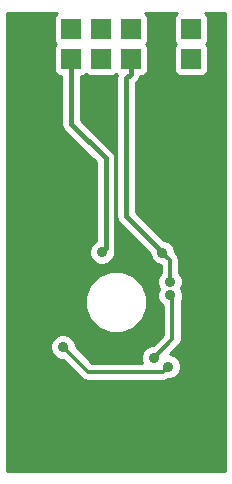
<source format=gbr>
G04 #@! TF.FileFunction,Copper,L1,Top,Signal*
%FSLAX46Y46*%
G04 Gerber Fmt 4.6, Leading zero omitted, Abs format (unit mm)*
G04 Created by KiCad (PCBNEW 0.201503251001+5534~22~ubuntu14.04.1-product) date St 25. březen 2015, 23:39:12 CET*
%MOMM*%
G01*
G04 APERTURE LIST*
%ADD10C,0.100000*%
%ADD11R,1.651000X1.651000*%
%ADD12C,6.000000*%
%ADD13C,0.889000*%
%ADD14C,0.300000*%
%ADD15C,0.400000*%
%ADD16C,0.254000*%
G04 APERTURE END LIST*
D10*
D11*
X11430000Y35814000D03*
X3810000Y38354000D03*
X8890000Y38354000D03*
X3810000Y35814000D03*
X13970000Y38354000D03*
X11430000Y38354000D03*
X6350000Y38354000D03*
X13970000Y35814000D03*
X6350000Y35814000D03*
X8890000Y35814000D03*
X16510000Y35814000D03*
X16510000Y38354000D03*
D12*
X5080000Y5080000D03*
X15240000Y5080000D03*
X15240000Y25400000D03*
X5080000Y25400000D03*
D13*
X2793996Y18034000D03*
X5842000Y18541990D03*
X14605000Y9779000D03*
X5674510Y11453010D03*
X14097000Y19431000D03*
X14726668Y16962383D03*
X8972073Y19475927D03*
X13344689Y10534541D03*
X14757382Y15819794D03*
D14*
X7793019Y9334501D02*
X5674510Y11453010D01*
X14160501Y9334501D02*
X7793019Y9334501D01*
X14605000Y9779000D02*
X14160501Y9334501D01*
D15*
X11430000Y35814000D02*
X11430000Y34588500D01*
X11430000Y34588500D02*
X11039999Y34198499D01*
X11039999Y34198499D02*
X11039999Y22488001D01*
X11039999Y22488001D02*
X13652501Y19875499D01*
X13652501Y19875499D02*
X14097000Y19431000D01*
D14*
X14726668Y18801332D02*
X14097000Y19431000D01*
X14726668Y16962383D02*
X14726668Y18801332D01*
D15*
X6350000Y35814000D02*
X6350000Y30346002D01*
X6350000Y30346002D02*
X9280001Y27416001D01*
X9280001Y27416001D02*
X9280001Y19783855D01*
X9280001Y19783855D02*
X8972073Y19475927D01*
D14*
X14943502Y15633674D02*
X14757382Y15819794D01*
X14943502Y12133354D02*
X14943502Y14508512D01*
X13344689Y10534541D02*
X14943502Y12133354D01*
X14943502Y14508512D02*
X14943502Y15633674D01*
D16*
G36*
X19379000Y941000D02*
X941000Y941000D01*
X941000Y39699000D01*
X5159126Y39699000D01*
X5069573Y39640173D01*
X4927123Y39429140D01*
X4877060Y39179500D01*
X4877060Y37528500D01*
X4924037Y37286377D01*
X5057805Y37082740D01*
X4927123Y36889140D01*
X4877060Y36639500D01*
X4877060Y34988500D01*
X4924037Y34746377D01*
X5063827Y34533573D01*
X5274860Y34391123D01*
X5515000Y34342965D01*
X5515000Y30346002D01*
X5578561Y30026461D01*
X5759566Y29755568D01*
X8445001Y27070133D01*
X8445001Y20426166D01*
X8361384Y20391616D01*
X8057451Y20088213D01*
X7892760Y19691595D01*
X7892386Y19262143D01*
X8056384Y18865238D01*
X8359787Y18561305D01*
X8756405Y18396614D01*
X9185857Y18396240D01*
X9582762Y18560238D01*
X9886695Y18863641D01*
X10051386Y19260259D01*
X10051564Y19464939D01*
X10051564Y19464940D01*
X10115001Y19783855D01*
X10115001Y27416001D01*
X10051440Y27735541D01*
X10051440Y27735542D01*
X9870435Y28006435D01*
X7185000Y30691870D01*
X7185000Y34342904D01*
X7417623Y34388037D01*
X7621260Y34521806D01*
X7814860Y34391123D01*
X8064500Y34341060D01*
X9715500Y34341060D01*
X9957623Y34388037D01*
X10161260Y34521806D01*
X10256518Y34457505D01*
X10204999Y34198499D01*
X10204999Y22488001D01*
X10268560Y22168460D01*
X10449565Y21897567D01*
X13017410Y19329722D01*
X13017313Y19217216D01*
X13181311Y18820311D01*
X13484714Y18516378D01*
X13881332Y18351687D01*
X13941668Y18351635D01*
X13941668Y17704065D01*
X13812046Y17574669D01*
X13647355Y17178051D01*
X13646981Y16748599D01*
X13810181Y16353624D01*
X13678069Y16035462D01*
X13677695Y15606010D01*
X13841693Y15209105D01*
X14145096Y14905172D01*
X14158502Y14899605D01*
X14158502Y14508512D01*
X14158502Y12458512D01*
X13314058Y11614069D01*
X13130905Y11614228D01*
X12795457Y11475623D01*
X12795457Y15761834D01*
X12395147Y16730658D01*
X11654557Y17472542D01*
X10686433Y17874542D01*
X9638166Y17875457D01*
X8669342Y17475147D01*
X7927458Y16734557D01*
X7525458Y15766433D01*
X7524543Y14718166D01*
X7924853Y13749342D01*
X8665443Y13007458D01*
X9633567Y12605458D01*
X10681834Y12604543D01*
X11650658Y13004853D01*
X12392542Y13745443D01*
X12794542Y14713567D01*
X12795457Y15761834D01*
X12795457Y11475623D01*
X12734000Y11450230D01*
X12430067Y11146827D01*
X12265376Y10750209D01*
X12265002Y10320757D01*
X12348159Y10119501D01*
X8118177Y10119501D01*
X6754037Y11483641D01*
X6754197Y11666794D01*
X6590199Y12063699D01*
X6286796Y12367632D01*
X5890178Y12532323D01*
X5460726Y12532697D01*
X5063821Y12368699D01*
X4759888Y12065296D01*
X4595197Y11668678D01*
X4594823Y11239226D01*
X4758821Y10842321D01*
X5062224Y10538388D01*
X5458842Y10373697D01*
X5643826Y10373536D01*
X7237940Y8779422D01*
X7492612Y8609256D01*
X7492613Y8609256D01*
X7793019Y8549501D01*
X14160501Y8549501D01*
X14460907Y8609256D01*
X14460908Y8609256D01*
X14595978Y8699508D01*
X14818784Y8699313D01*
X15215689Y8863311D01*
X15519622Y9166714D01*
X15684313Y9563332D01*
X15684687Y9992784D01*
X15520689Y10389689D01*
X15217286Y10693622D01*
X14820668Y10858313D01*
X14778655Y10858350D01*
X15498581Y11578275D01*
X15668747Y11832947D01*
X15668747Y11832948D01*
X15728502Y12133354D01*
X15728502Y14508512D01*
X15728502Y15343570D01*
X15836695Y15604126D01*
X15837069Y16033578D01*
X15673868Y16428554D01*
X15805981Y16746715D01*
X15806355Y17176167D01*
X15642357Y17573072D01*
X15511668Y17703989D01*
X15511668Y18801332D01*
X15451913Y19101738D01*
X15451913Y19101739D01*
X15281747Y19356411D01*
X15176527Y19461631D01*
X15176687Y19644784D01*
X15012689Y20041689D01*
X14709286Y20345622D01*
X14312668Y20510313D01*
X14198455Y20510413D01*
X11874999Y22833869D01*
X11874999Y33852631D01*
X12020434Y33998066D01*
X12201439Y34268959D01*
X12201440Y34268960D01*
X12215781Y34341060D01*
X12255500Y34341060D01*
X12497623Y34388037D01*
X12710427Y34527827D01*
X12852877Y34738860D01*
X12902940Y34988500D01*
X12902940Y36639500D01*
X12855963Y36881623D01*
X12722194Y37085261D01*
X12852877Y37278860D01*
X12902940Y37528500D01*
X12902940Y39179500D01*
X12855963Y39421623D01*
X12716173Y39634427D01*
X12620511Y39699000D01*
X15319126Y39699000D01*
X15229573Y39640173D01*
X15087123Y39429140D01*
X15037060Y39179500D01*
X15037060Y37528500D01*
X15084037Y37286377D01*
X15217805Y37082740D01*
X15087123Y36889140D01*
X15037060Y36639500D01*
X15037060Y34988500D01*
X15084037Y34746377D01*
X15223827Y34533573D01*
X15434860Y34391123D01*
X15684500Y34341060D01*
X17335500Y34341060D01*
X17577623Y34388037D01*
X17790427Y34527827D01*
X17932877Y34738860D01*
X17982940Y34988500D01*
X17982940Y36639500D01*
X17935963Y36881623D01*
X17802194Y37085261D01*
X17932877Y37278860D01*
X17982940Y37528500D01*
X17982940Y39179500D01*
X17935963Y39421623D01*
X17796173Y39634427D01*
X17700511Y39699000D01*
X19379000Y39699000D01*
X19379000Y941000D01*
X19379000Y941000D01*
G37*
X19379000Y941000D02*
X941000Y941000D01*
X941000Y39699000D01*
X5159126Y39699000D01*
X5069573Y39640173D01*
X4927123Y39429140D01*
X4877060Y39179500D01*
X4877060Y37528500D01*
X4924037Y37286377D01*
X5057805Y37082740D01*
X4927123Y36889140D01*
X4877060Y36639500D01*
X4877060Y34988500D01*
X4924037Y34746377D01*
X5063827Y34533573D01*
X5274860Y34391123D01*
X5515000Y34342965D01*
X5515000Y30346002D01*
X5578561Y30026461D01*
X5759566Y29755568D01*
X8445001Y27070133D01*
X8445001Y20426166D01*
X8361384Y20391616D01*
X8057451Y20088213D01*
X7892760Y19691595D01*
X7892386Y19262143D01*
X8056384Y18865238D01*
X8359787Y18561305D01*
X8756405Y18396614D01*
X9185857Y18396240D01*
X9582762Y18560238D01*
X9886695Y18863641D01*
X10051386Y19260259D01*
X10051564Y19464939D01*
X10051564Y19464940D01*
X10115001Y19783855D01*
X10115001Y27416001D01*
X10051440Y27735541D01*
X10051440Y27735542D01*
X9870435Y28006435D01*
X7185000Y30691870D01*
X7185000Y34342904D01*
X7417623Y34388037D01*
X7621260Y34521806D01*
X7814860Y34391123D01*
X8064500Y34341060D01*
X9715500Y34341060D01*
X9957623Y34388037D01*
X10161260Y34521806D01*
X10256518Y34457505D01*
X10204999Y34198499D01*
X10204999Y22488001D01*
X10268560Y22168460D01*
X10449565Y21897567D01*
X13017410Y19329722D01*
X13017313Y19217216D01*
X13181311Y18820311D01*
X13484714Y18516378D01*
X13881332Y18351687D01*
X13941668Y18351635D01*
X13941668Y17704065D01*
X13812046Y17574669D01*
X13647355Y17178051D01*
X13646981Y16748599D01*
X13810181Y16353624D01*
X13678069Y16035462D01*
X13677695Y15606010D01*
X13841693Y15209105D01*
X14145096Y14905172D01*
X14158502Y14899605D01*
X14158502Y14508512D01*
X14158502Y12458512D01*
X13314058Y11614069D01*
X13130905Y11614228D01*
X12795457Y11475623D01*
X12795457Y15761834D01*
X12395147Y16730658D01*
X11654557Y17472542D01*
X10686433Y17874542D01*
X9638166Y17875457D01*
X8669342Y17475147D01*
X7927458Y16734557D01*
X7525458Y15766433D01*
X7524543Y14718166D01*
X7924853Y13749342D01*
X8665443Y13007458D01*
X9633567Y12605458D01*
X10681834Y12604543D01*
X11650658Y13004853D01*
X12392542Y13745443D01*
X12794542Y14713567D01*
X12795457Y15761834D01*
X12795457Y11475623D01*
X12734000Y11450230D01*
X12430067Y11146827D01*
X12265376Y10750209D01*
X12265002Y10320757D01*
X12348159Y10119501D01*
X8118177Y10119501D01*
X6754037Y11483641D01*
X6754197Y11666794D01*
X6590199Y12063699D01*
X6286796Y12367632D01*
X5890178Y12532323D01*
X5460726Y12532697D01*
X5063821Y12368699D01*
X4759888Y12065296D01*
X4595197Y11668678D01*
X4594823Y11239226D01*
X4758821Y10842321D01*
X5062224Y10538388D01*
X5458842Y10373697D01*
X5643826Y10373536D01*
X7237940Y8779422D01*
X7492612Y8609256D01*
X7492613Y8609256D01*
X7793019Y8549501D01*
X14160501Y8549501D01*
X14460907Y8609256D01*
X14460908Y8609256D01*
X14595978Y8699508D01*
X14818784Y8699313D01*
X15215689Y8863311D01*
X15519622Y9166714D01*
X15684313Y9563332D01*
X15684687Y9992784D01*
X15520689Y10389689D01*
X15217286Y10693622D01*
X14820668Y10858313D01*
X14778655Y10858350D01*
X15498581Y11578275D01*
X15668747Y11832947D01*
X15668747Y11832948D01*
X15728502Y12133354D01*
X15728502Y14508512D01*
X15728502Y15343570D01*
X15836695Y15604126D01*
X15837069Y16033578D01*
X15673868Y16428554D01*
X15805981Y16746715D01*
X15806355Y17176167D01*
X15642357Y17573072D01*
X15511668Y17703989D01*
X15511668Y18801332D01*
X15451913Y19101738D01*
X15451913Y19101739D01*
X15281747Y19356411D01*
X15176527Y19461631D01*
X15176687Y19644784D01*
X15012689Y20041689D01*
X14709286Y20345622D01*
X14312668Y20510313D01*
X14198455Y20510413D01*
X11874999Y22833869D01*
X11874999Y33852631D01*
X12020434Y33998066D01*
X12201439Y34268959D01*
X12201440Y34268960D01*
X12215781Y34341060D01*
X12255500Y34341060D01*
X12497623Y34388037D01*
X12710427Y34527827D01*
X12852877Y34738860D01*
X12902940Y34988500D01*
X12902940Y36639500D01*
X12855963Y36881623D01*
X12722194Y37085261D01*
X12852877Y37278860D01*
X12902940Y37528500D01*
X12902940Y39179500D01*
X12855963Y39421623D01*
X12716173Y39634427D01*
X12620511Y39699000D01*
X15319126Y39699000D01*
X15229573Y39640173D01*
X15087123Y39429140D01*
X15037060Y39179500D01*
X15037060Y37528500D01*
X15084037Y37286377D01*
X15217805Y37082740D01*
X15087123Y36889140D01*
X15037060Y36639500D01*
X15037060Y34988500D01*
X15084037Y34746377D01*
X15223827Y34533573D01*
X15434860Y34391123D01*
X15684500Y34341060D01*
X17335500Y34341060D01*
X17577623Y34388037D01*
X17790427Y34527827D01*
X17932877Y34738860D01*
X17982940Y34988500D01*
X17982940Y36639500D01*
X17935963Y36881623D01*
X17802194Y37085261D01*
X17932877Y37278860D01*
X17982940Y37528500D01*
X17982940Y39179500D01*
X17935963Y39421623D01*
X17796173Y39634427D01*
X17700511Y39699000D01*
X19379000Y39699000D01*
X19379000Y941000D01*
M02*

</source>
